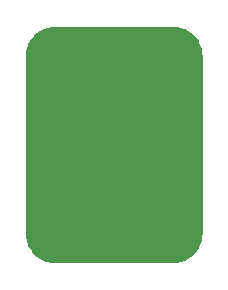
<source format=gbr>
%TF.GenerationSoftware,KiCad,Pcbnew,6.0.1-79c1e3a40b~116~ubuntu20.04.1*%
%TF.CreationDate,2022-01-30T14:19:36+01:00*%
%TF.ProjectId,amplifier,616d706c-6966-4696-9572-2e6b69636164,rev?*%
%TF.SameCoordinates,Original*%
%TF.FileFunction,Soldermask,Bot*%
%TF.FilePolarity,Negative*%
%FSLAX46Y46*%
G04 Gerber Fmt 4.6, Leading zero omitted, Abs format (unit mm)*
G04 Created by KiCad (PCBNEW 6.0.1-79c1e3a40b~116~ubuntu20.04.1) date 2022-01-30 14:19:36*
%MOMM*%
%LPD*%
G01*
G04 APERTURE LIST*
G04 Aperture macros list*
%AMRoundRect*
0 Rectangle with rounded corners*
0 $1 Rounding radius*
0 $2 $3 $4 $5 $6 $7 $8 $9 X,Y pos of 4 corners*
0 Add a 4 corners polygon primitive as box body*
4,1,4,$2,$3,$4,$5,$6,$7,$8,$9,$2,$3,0*
0 Add four circle primitives for the rounded corners*
1,1,$1+$1,$2,$3*
1,1,$1+$1,$4,$5*
1,1,$1+$1,$6,$7*
1,1,$1+$1,$8,$9*
0 Add four rect primitives between the rounded corners*
20,1,$1+$1,$2,$3,$4,$5,0*
20,1,$1+$1,$4,$5,$6,$7,0*
20,1,$1+$1,$6,$7,$8,$9,0*
20,1,$1+$1,$8,$9,$2,$3,0*%
G04 Aperture macros list end*
%ADD10RoundRect,0.250000X-0.675000X-0.675000X0.675000X-0.675000X0.675000X0.675000X-0.675000X0.675000X0*%
%ADD11C,3.400000*%
G04 APERTURE END LIST*
D10*
%TO.C,J2*%
X130000000Y-90000000D03*
%TD*%
D11*
%TO.C,H4*%
X135000000Y-90000000D03*
%TD*%
%TO.C,H3*%
X135000000Y-75000000D03*
%TD*%
%TO.C,H2*%
X125000000Y-75000000D03*
%TD*%
%TO.C,H1*%
X125000000Y-90000000D03*
%TD*%
G36*
X135004119Y-72500270D02*
G01*
X135318073Y-72520848D01*
X135334413Y-72522999D01*
X135638950Y-72583574D01*
X135654871Y-72587840D01*
X135948888Y-72687646D01*
X135964114Y-72693953D01*
X136242592Y-72831283D01*
X136256866Y-72839524D01*
X136515034Y-73012027D01*
X136528109Y-73022060D01*
X136761557Y-73226788D01*
X136773212Y-73238443D01*
X136977940Y-73471891D01*
X136987973Y-73484966D01*
X137160476Y-73743134D01*
X137168717Y-73757408D01*
X137306047Y-74035886D01*
X137312354Y-74051112D01*
X137412160Y-74345129D01*
X137416426Y-74361050D01*
X137477001Y-74665587D01*
X137479152Y-74681927D01*
X137499730Y-74995881D01*
X137500000Y-75004122D01*
X137500000Y-89995878D01*
X137499730Y-90004119D01*
X137479152Y-90318073D01*
X137477001Y-90334413D01*
X137416426Y-90638950D01*
X137412160Y-90654871D01*
X137312354Y-90948888D01*
X137306047Y-90964114D01*
X137168717Y-91242592D01*
X137160476Y-91256866D01*
X136987973Y-91515034D01*
X136977940Y-91528109D01*
X136773212Y-91761557D01*
X136761557Y-91773212D01*
X136528109Y-91977940D01*
X136515034Y-91987973D01*
X136256866Y-92160476D01*
X136242592Y-92168717D01*
X135964114Y-92306047D01*
X135948888Y-92312354D01*
X135654871Y-92412160D01*
X135638950Y-92416426D01*
X135334413Y-92477001D01*
X135318073Y-92479152D01*
X135004119Y-92499730D01*
X134995878Y-92500000D01*
X125004122Y-92500000D01*
X124995881Y-92499730D01*
X124681927Y-92479152D01*
X124665587Y-92477001D01*
X124361050Y-92416426D01*
X124345129Y-92412160D01*
X124051112Y-92312354D01*
X124035886Y-92306047D01*
X123757408Y-92168717D01*
X123743134Y-92160476D01*
X123484966Y-91987973D01*
X123471891Y-91977940D01*
X123238443Y-91773212D01*
X123226788Y-91761557D01*
X123022060Y-91528109D01*
X123012027Y-91515034D01*
X122839524Y-91256866D01*
X122831283Y-91242592D01*
X122693953Y-90964114D01*
X122687646Y-90948888D01*
X122587840Y-90654871D01*
X122583574Y-90638950D01*
X122522999Y-90334413D01*
X122520848Y-90318073D01*
X122500270Y-90004119D01*
X122500000Y-89995878D01*
X122500000Y-75004122D01*
X122500270Y-74995881D01*
X122520848Y-74681927D01*
X122522999Y-74665587D01*
X122583574Y-74361050D01*
X122587840Y-74345129D01*
X122687646Y-74051112D01*
X122693953Y-74035886D01*
X122831283Y-73757408D01*
X122839524Y-73743134D01*
X123012027Y-73484966D01*
X123022060Y-73471891D01*
X123226788Y-73238443D01*
X123238443Y-73226788D01*
X123471891Y-73022060D01*
X123484966Y-73012027D01*
X123743134Y-72839524D01*
X123757408Y-72831283D01*
X124035886Y-72693953D01*
X124051112Y-72687646D01*
X124345129Y-72587840D01*
X124361050Y-72583574D01*
X124665587Y-72522999D01*
X124681927Y-72520848D01*
X124995881Y-72500270D01*
X125004122Y-72500000D01*
X134995878Y-72500000D01*
X135004119Y-72500270D01*
G37*
M02*

</source>
